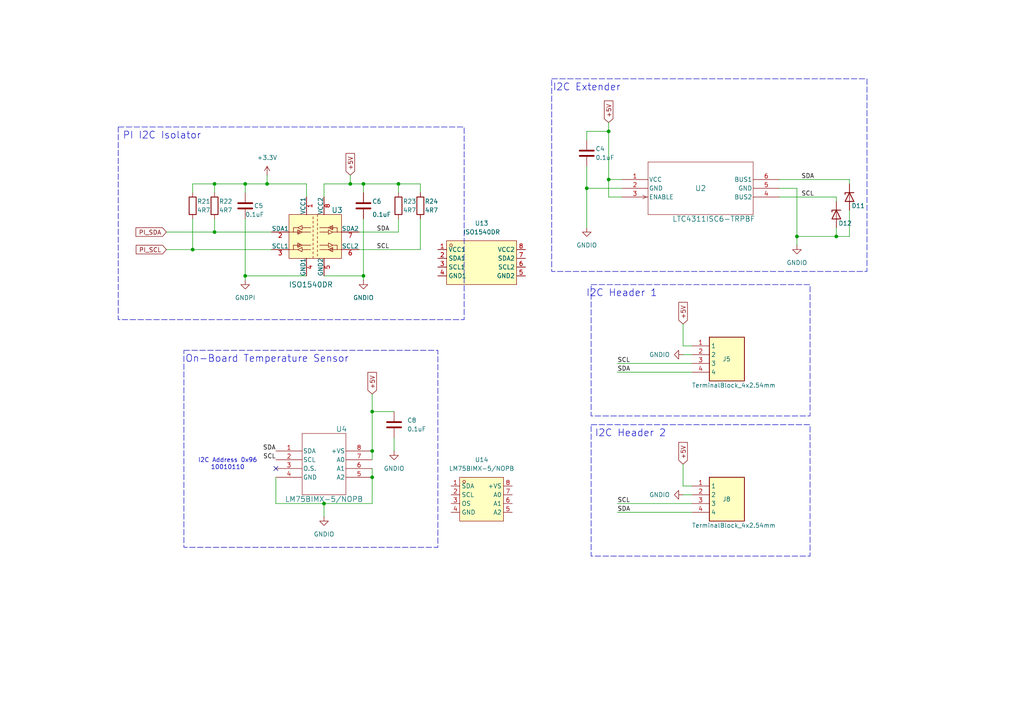
<source format=kicad_sch>
(kicad_sch (version 20250114) (generator "eeschema") (generator_version "9.0")
  (paper "A4")
  (title_block (title "I2C") (date "2025-08-06") (rev "1.0") (company "JRDish"))
  (lib_symbols
    (symbol "Device:C" (pin_numbers (hide yes)) (pin_names (offset 0.254))
      (property "Reference" "C" (at 0.635 2.54 0))
      (property "Value" "C" (at 0.635 -2.54 0))
      (symbol "C_0_1"
        (polyline (pts (xy -2.032 0.762) (xy 2.032 0.762)) (stroke (width 0.508)))
        (polyline (pts (xy -2.032 -0.762) (xy 2.032 -0.762)) (stroke (width 0.508)))
      )
      (symbol "C_1_1"
        (pin passive line (at 0 3.81 270) (length 2.794) (name "~") (number "1"))
        (pin passive line (at 0 -3.81 90) (length 2.794) (name "~") (number "2"))
      )
    )
    (symbol "Device:R" (pin_numbers (hide yes)) (pin_names (offset 0))
      (property "Reference" "R" (at 2.032 0 90))
      (property "Value" "R" (at 0 0 90))
      (symbol "R_0_1"
        (rectangle (start -1.016 -2.54) (end 1.016 2.54) (stroke (width 0.254)))
      )
      (symbol "R_1_1"
        (pin passive line (at 0 3.81 270) (length 1.27) (name "~") (number "1"))
        (pin passive line (at 0 -3.81 90) (length 1.27) (name "~") (number "2"))
      )
    )
    (symbol "Diode:PESD5V0L1UL" (pin_numbers (hide yes)) (pin_names (hide yes))
      (property "Reference" "D" (at 0 2.54 0))
      (property "Value" "PESD5V0L1UL" (at 0 -2.54 0))
      (symbol "PESD5V0L1UL_0_1"
        (polyline (pts (xy -1.27 -1.27) (xy -1.27 1.27) (xy -0.762 1.27)) (stroke (width 0.254)))
        (polyline (pts (xy 1.27 0) (xy -1.27 0)))
        (polyline (pts (xy 1.27 -1.27) (xy 1.27 1.27) (xy -1.27 0) (xy 1.27 -1.27)) (stroke (width 0.254)))
      )
      (symbol "PESD5V0L1UL_1_1"
        (pin passive line (at -3.81 0 0) (length 2.54) (name "K") (number "1"))
        (pin passive line (at 3.81 0 180) (length 2.54) (name "A") (number "2"))
      )
    )
    (symbol "DishSympols:LM75BIM-3" (pin_names (offset 0.254))
      (property "Reference" "U" (at 12.7 6.35 0))
      (property "Value" "LM75BIM-3" (at 13.97 -13.97 0))
      (symbol "LM75BIM-3_0_1"
        (polyline (pts (xy 7.62 5.08) (xy 7.62 -12.7)) (stroke (width 0.127)))
        (polyline (pts (xy 7.62 -12.7) (xy 20.32 -12.7)) (stroke (width 0.127)))
        (polyline (pts (xy 20.32 5.08) (xy 7.62 5.08)) (stroke (width 0.127)))
        (polyline (pts (xy 20.32 -12.7) (xy 20.32 5.08)) (stroke (width 0.127)))
        (pin passive line (at 0 0 0) (length 7.62) (name "SDA") (number "1"))
        (pin passive line (at 0 -2.54 0) (length 7.62) (name "SCL") (number "2"))
        (pin output line (at 0 -5.08 0) (length 7.62) (name "O.S.") (number "3"))
        (pin passive line (at 0 -7.62 0) (length 7.62) (name "GND") (number "4"))
        (pin passive line (at 27.94 0 180) (length 7.62) (name "+VS") (number "8"))
        (pin input line (at 27.94 -2.54 180) (length 7.62) (name "A0") (number "7"))
        (pin input line (at 27.94 -5.08 180) (length 7.62) (name "A1") (number "6"))
        (pin input line (at 27.94 -7.62 180) (length 7.62) (name "A2") (number "5"))
      )
    )
    (symbol "DishSympols:LTC4311ISC6-TRPBF" (pin_names (offset 0.254))
      (property "Reference" "U" (at 22.86 10.16 0))
      (property "Value" "LTC4311ISC6-TRPBF" (at 22.86 7.62 0))
      (symbol "LTC4311ISC6-TRPBF_0_1"
        (polyline (pts (xy 7.0993 -5.08) (xy 6.0579 -4.5593)) (stroke (width 0.127)))
        (polyline (pts (xy 7.0993 -5.08) (xy 6.0579 -5.6007)) (stroke (width 0.127)))
        (polyline (pts (xy 7.62 5.08) (xy 7.62 -10.16)) (stroke (width 0.127)))
        (polyline (pts (xy 7.62 -10.16) (xy 38.1 -10.16)) (stroke (width 0.127)))
        (polyline (pts (xy 38.1 5.08) (xy 7.62 5.08)) (stroke (width 0.127)))
        (polyline (pts (xy 38.1 -10.16) (xy 38.1 5.08)) (stroke (width 0.127)))
        (pin power_in line (at 0 0 0) (length 7.62) (name "VCC") (number "1"))
        (pin power_in line (at 0 -2.54 0) (length 7.62) (name "GND") (number "2"))
        (pin input line (at 0 -5.08 0) (length 7.62) (name "ENABLE") (number "3"))
        (pin passive line (at 45.72 0 180) (length 7.62) (name "BUS1") (number "6"))
        (pin power_in line (at 45.72 -2.54 180) (length 7.62) (name "GND") (number "5"))
        (pin passive line (at 45.72 -5.08 180) (length 7.62) (name "BUS2") (number "4"))
      )
    )
    (symbol "DishSympols:TerminalBlock_4x2.54mm"
      (property "Reference" "J" (at 16.51 7.62 0))
      (property "Value" "TerminalBlock_4x2.54mm" (at 16.51 5.08 0))
      (symbol "TerminalBlock_4x2.54mm_1_1"
        (rectangle (start 5.08 2.54) (end 15.24 -10.16) (stroke (width 0.254)) (fill (type background)))
        (pin passive line (at 0 0 0) (length 5.08) (name "1") (number "1"))
        (pin passive line (at 0 -2.54 0) (length 5.08) (name "2") (number "2"))
        (pin passive line (at 0 -5.08 0) (length 5.08) (name "3") (number "3"))
        (pin passive line (at 0 -7.62 0) (length 5.08) (name "4") (number "4"))
      )
    )
    (symbol "MyParts:ISO1540DR"
      (property "Reference" "U" (at 0 8.89 0))
      (property "Value" "ISO1540DR" (at 0 -8.89 0))
      (symbol "ISO1540DR_0_1"
        (rectangle (start -10.16 6.35) (end 10.16 -6.35) (fill (type background)))
        (circle (center -8.89 5.08) (radius 0.38))
        (pin unspecified line (at -12.7 3.81 0) (length 2.54) (name "VCC1") (number "1"))
        (pin unspecified line (at -12.7 1.27 0) (length 2.54) (name "SDA1") (number "2"))
        (pin unspecified line (at -12.7 -1.27 0) (length 2.54) (name "SCL1") (number "3"))
        (pin unspecified line (at -12.7 -3.81 0) (length 2.54) (name "GND1") (number "4"))
        (pin unspecified line (at 12.7 3.81 180) (length 2.54) (name "VCC2") (number "8"))
        (pin unspecified line (at 12.7 1.27 180) (length 2.54) (name "SDA2") (number "7"))
        (pin unspecified line (at 12.7 -1.27 180) (length 2.54) (name "SCL2") (number "6"))
        (pin unspecified line (at 12.7 -3.81 180) (length 2.54) (name "GND2") (number "5"))
      )
    )
    (symbol "MyParts:LM75BIMX-5_NOPB"
      (property "Reference" "U" (at 0 8.89 0))
      (property "Value" "LM75BIMX-5/NOPB" (at 0 -8.89 0))
      (symbol "LM75BIMX-5_NOPB_0_1"
        (rectangle (start -6.35 6.35) (end 6.35 -6.35) (fill (type background)))
        (circle (center -5.08 5.08) (radius 0.38))
        (pin unspecified line (at -8.89 3.81 0) (length 2.54) (name "SDA") (number "1"))
        (pin unspecified line (at -8.89 1.27 0) (length 2.54) (name "SCL") (number "2"))
        (pin unspecified line (at -8.89 -1.27 0) (length 2.54) (name "OS") (number "3"))
        (pin unspecified line (at -8.89 -3.81 0) (length 2.54) (name "GND") (number "4"))
        (pin unspecified line (at 8.89 3.81 180) (length 2.54) (name "+VS") (number "8"))
        (pin unspecified line (at 8.89 1.27 180) (length 2.54) (name "A0") (number "7"))
        (pin unspecified line (at 8.89 -1.27 180) (length 2.54) (name "A1") (number "6"))
        (pin unspecified line (at 8.89 -3.81 180) (length 2.54) (name "A2") (number "5"))
      )
    )
    (symbol "dk_Digital-Isolators:ISO1540DR" (pin_names (offset 0))
      (property "Reference" "U" (at -7.62 8.89 0))
      (property "Value" "ISO1540DR" (at 5.08 -6.35 0))
      (symbol "ISO1540DR_0_1"
        (rectangle (start -7.62 7.62) (end 7.62 -5.08) (fill (type background)))
        (rectangle (start -7.62 2.54) (end -6.35 2.54))
        (rectangle (start -7.62 -2.54) (end -6.35 -2.54))
        (polyline (pts (xy -6.35 2.54) (xy -5.08 2.54)))
        (polyline (pts (xy -6.35 2.54) (xy -6.35 3.81) (xy -5.08 3.81)))
        (polyline (pts (xy -6.35 -1.27) (xy -5.08 -1.27)))
        (polyline (pts (xy -6.35 -1.27) (xy -6.35 -2.54) (xy -5.08 -2.54) (xy -3.81 -1.905) (xy -3.81 -3.175) (xy -5.08 -2.54)))
        (polyline (pts (xy -5.08 3.81) (xy -3.81 3.175) (xy -3.81 4.445) (xy -5.08 3.81)))
        (polyline (pts (xy -5.08 3.175) (xy -5.08 1.905) (xy -3.81 2.54) (xy -5.08 3.175)))
        (polyline (pts (xy -5.08 -0.635) (xy -5.08 -1.905) (xy -3.81 -1.27) (xy -5.08 -0.635)))
        (polyline (pts (xy -4.572 2.921) (xy -5.08 2.159)))
        (polyline (pts (xy -4.572 -0.889) (xy -5.08 -1.651)))
        (polyline (pts (xy -4.318 2.794) (xy -4.699 2.159)))
        (polyline (pts (xy -4.318 -1.016) (xy -4.699 -1.651)))
        (polyline (pts (xy -3.81 3.81) (xy -2.54 3.81)))
        (polyline (pts (xy -3.81 2.54) (xy -2.54 2.54)))
        (polyline (pts (xy -3.81 -1.27) (xy -2.54 -1.27)))
        (polyline (pts (xy -3.81 -2.54) (xy -2.54 -2.54)))
        (rectangle (start -2.54 3.81) (end -1.27 3.81))
        (rectangle (start -2.54 -1.27) (end -1.27 -1.27))
        (rectangle (start -2.54 -2.54) (end -1.27 -2.54))
        (rectangle (start -1.27 2.54) (end -2.54 2.54))
        (rectangle (start -0.635 6.35) (end -0.635 6.985))
        (rectangle (start -0.635 5.08) (end -0.635 5.715))
        (rectangle (start -0.635 4.445) (end -0.635 3.81))
        (rectangle (start -0.635 2.54) (end -0.635 3.175))
        (rectangle (start -0.635 1.27) (end -0.635 1.905))
        (rectangle (start -0.635 0) (end -0.635 0.635))
        (rectangle (start -0.635 -1.27) (end -0.635 -0.635))
        (rectangle (start -0.635 -2.54) (end -0.635 -1.905))
        (rectangle (start -0.635 -3.81) (end -0.635 -3.175))
        (rectangle (start -0.635 -5.08) (end -0.635 -4.445))
        (rectangle (start 0.635 6.985) (end 0.635 7.62))
        (rectangle (start 0.635 5.715) (end 0.635 6.35))
        (rectangle (start 0.635 4.445) (end 0.635 5.08))
        (rectangle (start 0.635 3.175) (end 0.635 3.81))
        (rectangle (start 0.635 1.905) (end 0.635 2.54))
        (rectangle (start 0.635 0.635) (end 0.635 1.27))
        (rectangle (start 0.635 -0.635) (end 0.635 0))
        (rectangle (start 0.635 -1.905) (end 0.635 -1.27))
        (rectangle (start 0.635 -3.175) (end 0.635 -2.54))
        (rectangle (start 0.635 -4.445) (end 0.635 -3.81))
        (rectangle (start 2.54 3.81) (end 1.27 3.81))
        (rectangle (start 2.54 2.54) (end 1.27 2.54))
        (rectangle (start 2.54 -1.27) (end 1.27 -1.27))
        (rectangle (start 2.54 -2.54) (end 1.27 -2.54))
        (polyline (pts (xy 3.81 3.81) (xy 2.54 3.81)))
        (polyline (pts (xy 3.81 3.81) (xy 5.08 3.175) (xy 5.08 4.445) (xy 3.81 3.81)))
        (polyline (pts (xy 3.81 2.54) (xy 2.54 2.54)))
        (polyline (pts (xy 3.81 -1.27) (xy 2.54 -1.27)))
        (polyline (pts (xy 3.81 -2.54) (xy 2.54 -2.54)))
        (polyline (pts (xy 4.318 4.064) (xy 4.699 3.429)))
        (polyline (pts (xy 4.318 -2.794) (xy 4.699 -2.159)))
        (polyline (pts (xy 4.572 4.191) (xy 5.08 3.429)))
        (polyline (pts (xy 4.572 -2.921) (xy 5.08 -2.159)))
        (polyline (pts (xy 5.08 3.81) (xy 6.35 3.81) (xy 6.35 2.54)))
        (polyline (pts (xy 6.35 2.54) (xy 5.08 2.54) (xy 3.81 3.175) (xy 3.81 1.905) (xy 5.08 2.54)))
        (polyline (pts (xy 6.35 -1.27) (xy 5.08 -1.27) (xy 3.81 -1.905) (xy 3.81 -0.635) (xy 5.08 -1.27)))
        (polyline (pts (xy 6.35 -1.27) (xy 6.35 -2.54) (xy 5.08 -2.54) (xy 5.08 -1.905) (xy 3.81 -2.54) (xy 5.08 -3.175) (xy 5.08 -2.54)))
        (rectangle (start 7.62 2.54) (end 6.35 2.54))
        (rectangle (start 7.62 -2.54) (end 6.35 -2.54))
      )
      (symbol "ISO1540DR_1_1"
        (pin bidirectional line (at -12.7 2.54 0) (length 5.08) (name "SDA1") (number "2"))
        (pin bidirectional line (at -12.7 -2.54 0) (length 5.08) (name "SCL1") (number "3"))
        (pin power_in line (at -2.54 12.7 270) (length 5.08) (name "VCC1") (number "1"))
        (pin power_in line (at -2.54 -10.16 90) (length 5.08) (name "GND1") (number "4"))
        (pin power_in line (at 2.54 12.7 270) (length 5.08) (name "VCC2") (number "8"))
        (pin power_in line (at 2.54 -10.16 90) (length 5.08) (name "GND2") (number "5"))
        (pin bidirectional line (at 12.7 2.54 180) (length 5.08) (name "SDA2") (number "7"))
        (pin bidirectional line (at 12.7 -2.54 180) (length 5.08) (name "SCL2") (number "6"))
      )
    )
    (symbol "power:+3.3V" (power) (pin_numbers (hide yes)) (pin_names (offset 0) (hide yes))
      (property "Value" "+3.3V" (at 0 3.556 0))
      (symbol "+3.3V_0_1"
        (polyline (pts (xy -0.762 1.27) (xy 0 2.54)))
        (polyline (pts (xy 0 2.54) (xy 0.762 1.27)))
        (polyline (pts (xy 0 0) (xy 0 2.54)))
      )
      (symbol "+3.3V_1_1"
        (pin power_in line (at 0 0 90) (length 0) (name "~") (number "1"))
      )
    )
    (symbol "power:GND" (power) (pin_numbers (hide yes)) (pin_names (offset 0) (hide yes))
      (property "Value" "GND" (at 0 -3.81 0))
      (symbol "GND_0_1"
        (polyline (pts (xy 0 0) (xy 0 -1.27) (xy 1.27 -1.27) (xy 0 -2.54) (xy -1.27 -1.27) (xy 0 -1.27)))
      )
      (symbol "GND_1_1"
        (pin power_in line (at 0 0 270) (length 0) (name "~") (number "1"))
      )
    )
  )
  (rectangle (start 160.02 22.86) (end 251.46 78.74) (stroke (width 0) (type dash)))
  (rectangle (start 171.45 82.55) (end 234.95 120.65) (stroke (width 0) (type dash)))
  (rectangle (start 53.34 101.6) (end 127 158.75) (stroke (width 0) (type dash)))
  (rectangle (start 34.29 36.83) (end 134.62 92.71) (stroke (width 0) (type dash)))
  (rectangle (start 171.45 123.19) (end 234.95 161.29) (stroke (width 0) (type dash)))
  (text "I2C Header 1" (at 180.34 85.09 0) (effects (font (size 2.032 2.032))))
  (text "I2C Header 2" (at 182.88 125.73 0) (effects (font (size 2.032 2.032))))
  (text "PI I2C Isolator" (at 46.99 39.37 0) (effects (font (size 2.032 2.032))))
  (text "I2C Extender" (at 170.18 25.4 0) (effects (font (size 2.032 2.032))))
  (text "On-Board Temperature Sensor\n" (at 77.47 104.14 0) (effects (font (size 2.032 2.032))))
  (text "I2C Address 0x96\n10010110" (at 66.04 134.62 0) (effects (font (size 1.27 1.27))))
  (junction (at 242.57 68.58))
  (junction (at 55.88 72.39))
  (junction (at 231.14 68.58))
  (junction (at 105.41 80.01))
  (junction (at 62.23 53.34))
  (junction (at 101.6 53.34))
  (junction (at 176.53 38.1))
  (junction (at 71.12 80.01))
  (junction (at 93.98 146.05))
  (junction (at 105.41 53.34))
  (junction (at 62.23 67.31))
  (junction (at 115.57 53.34))
  (junction (at 77.47 53.34))
  (junction (at 176.53 52.07))
  (junction (at 107.95 119.38))
  (junction (at 107.95 138.43))
  (junction (at 71.12 53.34))
  (junction (at 107.95 130.81))
  (junction (at 170.18 54.61))
  (no_connect (at 80.01 135.89))
  (wire (pts (xy 198.12 134.62) (xy 198.12 140.97)))
  (wire (pts (xy 55.88 72.39) (xy 78.74 72.39)))
  (wire (pts (xy 107.95 138.43) (xy 107.95 135.89)))
  (wire (pts (xy 77.47 50.8) (xy 77.47 53.34)))
  (wire (pts (xy 71.12 63.5) (xy 71.12 80.01)))
  (wire (pts (xy 242.57 68.58) (xy 231.14 68.58)))
  (wire (pts (xy 246.38 68.58) (xy 246.38 60.96)))
  (wire (pts (xy 55.88 53.34) (xy 55.88 55.88)))
  (wire (pts (xy 176.53 57.15) (xy 176.53 52.07)))
  (wire (pts (xy 226.06 57.15) (xy 242.57 57.15)))
  (wire (pts (xy 198.12 100.33) (xy 200.66 100.33)))
  (wire (pts (xy 176.53 52.07) (xy 180.34 52.07)))
  (wire (pts (xy 77.47 53.34) (xy 88.9 53.34)))
  (wire (pts (xy 231.14 68.58) (xy 231.14 71.12)))
  (wire (pts (xy 71.12 53.34) (xy 71.12 55.88)))
  (wire (pts (xy 93.98 53.34) (xy 93.98 57.15)))
  (wire (pts (xy 93.98 80.01) (xy 105.41 80.01)))
  (wire (pts (xy 170.18 48.26) (xy 170.18 54.61)))
  (wire (pts (xy 48.26 67.31) (xy 62.23 67.31)))
  (wire (pts (xy 180.34 57.15) (xy 176.53 57.15)))
  (wire (pts (xy 121.92 53.34) (xy 121.92 55.88)))
  (wire (pts (xy 246.38 52.07) (xy 246.38 53.34)))
  (wire (pts (xy 107.95 146.05) (xy 107.95 138.43)))
  (wire (pts (xy 101.6 53.34) (xy 93.98 53.34)))
  (wire (pts (xy 179.07 105.41) (xy 200.66 105.41)))
  (wire (pts (xy 93.98 146.05) (xy 93.98 149.86)))
  (wire (pts (xy 179.07 146.05) (xy 200.66 146.05)))
  (wire (pts (xy 48.26 72.39) (xy 55.88 72.39)))
  (wire (pts (xy 176.53 38.1) (xy 176.53 52.07)))
  (wire (pts (xy 88.9 53.34) (xy 88.9 57.15)))
  (wire (pts (xy 71.12 80.01) (xy 71.12 81.28)))
  (wire (pts (xy 62.23 53.34) (xy 62.23 55.88)))
  (wire (pts (xy 107.95 119.38) (xy 107.95 130.81)))
  (wire (pts (xy 231.14 54.61) (xy 226.06 54.61)))
  (wire (pts (xy 105.41 53.34) (xy 115.57 53.34)))
  (wire (pts (xy 93.98 146.05) (xy 107.95 146.05)))
  (wire (pts (xy 71.12 53.34) (xy 62.23 53.34)))
  (wire (pts (xy 242.57 66.04) (xy 242.57 68.58)))
  (wire (pts (xy 104.14 72.39) (xy 121.92 72.39)))
  (wire (pts (xy 80.01 138.43) (xy 80.01 146.05)))
  (wire (pts (xy 105.41 53.34) (xy 105.41 55.88)))
  (wire (pts (xy 121.92 63.5) (xy 121.92 72.39)))
  (wire (pts (xy 107.95 119.38) (xy 114.3 119.38)))
  (wire (pts (xy 179.07 148.59) (xy 200.66 148.59)))
  (wire (pts (xy 198.12 143.51) (xy 200.66 143.51)))
  (wire (pts (xy 226.06 52.07) (xy 246.38 52.07)))
  (wire (pts (xy 55.88 63.5) (xy 55.88 72.39)))
  (wire (pts (xy 242.57 68.58) (xy 246.38 68.58)))
  (wire (pts (xy 62.23 67.31) (xy 62.23 63.5)))
  (wire (pts (xy 71.12 80.01) (xy 88.9 80.01)))
  (wire (pts (xy 242.57 57.15) (xy 242.57 58.42)))
  (wire (pts (xy 62.23 53.34) (xy 55.88 53.34)))
  (wire (pts (xy 114.3 127) (xy 114.3 130.81)))
  (wire (pts (xy 115.57 53.34) (xy 121.92 53.34)))
  (wire (pts (xy 78.74 67.31) (xy 62.23 67.31)))
  (wire (pts (xy 170.18 54.61) (xy 170.18 66.04)))
  (wire (pts (xy 105.41 63.5) (xy 105.41 80.01)))
  (wire (pts (xy 198.12 102.87) (xy 200.66 102.87)))
  (wire (pts (xy 71.12 53.34) (xy 77.47 53.34)))
  (wire (pts (xy 170.18 54.61) (xy 180.34 54.61)))
  (wire (pts (xy 115.57 67.31) (xy 115.57 63.5)))
  (wire (pts (xy 170.18 38.1) (xy 176.53 38.1)))
  (wire (pts (xy 198.12 140.97) (xy 200.66 140.97)))
  (wire (pts (xy 105.41 80.01) (xy 105.41 81.28)))
  (wire (pts (xy 104.14 67.31) (xy 115.57 67.31)))
  (wire (pts (xy 101.6 50.8) (xy 101.6 53.34)))
  (wire (pts (xy 170.18 40.64) (xy 170.18 38.1)))
  (wire (pts (xy 107.95 130.81) (xy 107.95 133.35)))
  (wire (pts (xy 198.12 93.98) (xy 198.12 100.33)))
  (wire (pts (xy 80.01 146.05) (xy 93.98 146.05)))
  (wire (pts (xy 101.6 53.34) (xy 105.41 53.34)))
  (wire (pts (xy 115.57 55.88) (xy 115.57 53.34)))
  (wire (pts (xy 231.14 54.61) (xy 231.14 68.58)))
  (wire (pts (xy 179.07 107.95) (xy 200.66 107.95)))
  (wire (pts (xy 176.53 35.56) (xy 176.53 38.1)))
  (wire (pts (xy 107.95 114.3) (xy 107.95 119.38)))
  (label "SDA" (at 232.41 52.07 0))
  (label "SCL" (at 179.07 105.41 0))
  (label "SDA" (at 109.22 67.31 0))
  (label "SCL" (at 179.07 146.05 0))
  (label "SCL" (at 109.22 72.39 0))
  (label "SDA" (at 80.01 130.81 180))
  (label "SDA" (at 179.07 107.95 0))
  (label "SCL" (at 80.01 133.35 180))
  (label "SCL" (at 232.41 57.15 0))
  (label "SDA" (at 179.07 148.59 0))
  (global_label "+5V" (shape input) (at 107.95 114.3 90) (property "Intersheetrefs" "${INTERSHEET_REFS}" (effects (hide yes))))
  (global_label "+5V" (shape input) (at 198.12 134.62 90) (property "Intersheetrefs" "${INTERSHEET_REFS}" (effects (hide yes))))
  (global_label "+5V" (shape input) (at 176.53 35.56 90) (property "Intersheetrefs" "${INTERSHEET_REFS}" (effects (hide yes))))
  (global_label "PI_SCL" (shape input) (at 48.26 72.39 180) (property "Intersheetrefs" "${INTERSHEET_REFS}" (effects (hide yes))))
  (global_label "PI_SDA" (shape input) (at 48.26 67.31 180) (property "Intersheetrefs" "${INTERSHEET_REFS}" (effects (hide yes))))
  (global_label "+5V" (shape input) (at 198.12 93.98 90) (property "Intersheetrefs" "${INTERSHEET_REFS}" (effects (hide yes))))
  (global_label "+5V" (shape input) (at 101.6 50.8 90) (property "Intersheetrefs" "${INTERSHEET_REFS}" (effects (hide yes))))
  (symbol (lib_id "DishSympols:LTC4311ISC6-TRPBF") (at 180.34 52.07 0) (unit 1)
    (property "Reference" "U2" (at 203.2 54.61 0) (effects (font (size 1.524 1.524))))
    (property "Value" "LTC4311ISC6-TRPBF" (at 207.01 63.5 0) (effects (font (size 1.524 1.524))))
    (property "Footprint" "DishFootprints:LTC4311" (effects (hide yes)))
    (property "Datasheet" "https://www.analog.com/media/en/technical-documentation/data-sheets/4311fa.pdf" (effects (hide yes)))
  )
  (symbol (lib_id "Device:R") (at 55.88 59.69 0) (unit 1)
    (property "Reference" "R21" (at 57.15 58.42 0) (effects (justify left)))
    (property "Value" "4R7" (at 57.15 60.96 0) (effects (justify left)))
    (property "Footprint" "Resistor_SMD:R_0402_1005Metric" (effects (hide yes)))
    (property "Description" "Resistor" (effects (hide yes)))
  )
  (symbol (lib_id "Device:C") (at 114.3 123.19 180) (unit 1)
    (property "Reference" "C8" (at 118.11 121.9199 0) (effects (justify right)))
    (property "Value" "0.1uF" (at 118.11 124.4599 0) (effects (justify right)))
    (property "Footprint" "Capacitor_SMD:C_0402_1005Metric" (effects (hide yes)))
    (property "Description" "Unpolarized capacitor" (effects (hide yes)))
  )
  (symbol (lib_id "power:GND") (at 114.3 130.81 0) (unit 1)
    (property "Reference" "#PWR03" (effects (hide yes)))
    (property "Value" "GNDIO" (at 114.3 135.89 0))
    (property "Description" "Power symbol creates a global label with name \"GND\" , ground" (effects (hide yes)))
  )
  (symbol (lib_id "Device:R") (at 62.23 59.69 0) (unit 1)
    (property "Reference" "R22" (at 63.5 58.42 0) (effects (justify left)))
    (property "Value" "4R7" (at 63.5 60.96 0) (effects (justify left)))
    (property "Footprint" "Resistor_SMD:R_0402_1005Metric" (effects (hide yes)))
    (property "Description" "Resistor" (effects (hide yes)))
  )
  (symbol (lib_id "power:GND") (at 105.41 81.28 0) (unit 1)
    (property "Reference" "#PWR033" (effects (hide yes)))
    (property "Value" "GNDIO" (at 105.41 86.36 0))
    (property "Description" "Power symbol creates a global label with name \"GND\" , ground" (effects (hide yes)))
  )
  (symbol (lib_id "Diode:PESD5V0L1UL") (at 242.57 62.23 90) (mirror x) (unit 1)
    (property "Reference" "D12" (at 245.11 64.77 90))
    (property "Value" "TPESD0402G05V" (effects (hide yes)))
    (property "Footprint" "Diode_SMD:D_0402_1005Metric" (effects (hide yes)))
    (property "Datasheet" "https://jlcpcb.com/api/file/downloadByFileSystemAccessId/8588893603426390016" (effects (hide yes)))
    (property "Description" "Low capacitance unidirectional ESD protection diode, 5V, SOD-882" (effects (hide yes)))
    (property "LCSC" "C558615" (effects (hide yes)))
  )
  (symbol (lib_id "Device:C") (at 170.18 44.45 0) (unit 1)
    (property "Reference" "C4" (at 172.72 43.18 0) (effects (justify left)))
    (property "Value" "0.1uF" (at 172.72 45.72 0) (effects (justify left)))
    (property "Footprint" "Capacitor_SMD:C_0402_1005Metric" (effects (hide yes)))
    (property "Description" "Unpolarized capacitor" (effects (hide yes)))
  )
  (symbol (lib_id "power:GND") (at 231.14 71.12 0) (unit 1)
    (property "Reference" "#PWR034" (effects (hide yes)))
    (property "Value" "GNDIO" (at 231.14 76.2 0))
    (property "Description" "Power symbol creates a global label with name \"GND\" , ground" (effects (hide yes)))
  )
  (symbol (lib_id "power:+3.3V") (at 77.47 50.8 0) (unit 1)
    (property "Reference" "#PWR029" (effects (hide yes)))
    (property "Value" "+3.3V" (at 77.47 45.72 0))
    (property "Description" "Power symbol creates a global label with name \"+3.3V\"" (effects (hide yes)))
  )
  (symbol (lib_id "power:GND") (at 198.12 102.87 270) (unit 1)
    (property "Reference" "#PWR038" (effects (hide yes)))
    (property "Value" "GNDIO" (at 194.31 102.8699 90) (effects (justify right)))
    (property "Description" "Power symbol creates a global label with name \"GND\" , ground" (effects (hide yes)))
  )
  (symbol (lib_id "Device:C") (at 105.41 59.69 0) (unit 1)
    (property "Reference" "C6" (at 107.95 58.42 0) (effects (justify left)))
    (property "Value" "0.1uF" (at 107.95 62.23 0) (effects (justify left)))
    (property "Footprint" "Capacitor_SMD:C_0402_1005Metric" (effects (hide yes)))
    (property "Description" "Unpolarized capacitor" (effects (hide yes)))
  )
  (symbol (lib_id "MyParts:ISO1540DR") (at 139.7 76.2 0) (unit 1)
    (property "Reference" "U13" (at 139.7 64.77 0))
    (property "Value" "ISO1540DR" (at 139.7 67.31 0))
    (property "Footprint" "MyParts:SOIC-8_L4.9-W3.9-P1.27-LS6.0-BL" (effects (hide yes)))
    (property "Datasheet" "https://lcsc.com/product-detail/Digital-Isolators_TI_ISO1540DR_ISO1540DR_C179739.html" (effects (hide yes)))
    (property "LCSC Part" "C179739" (effects (hide yes)))
  )
  (symbol (lib_id "power:GND") (at 170.18 66.04 0) (unit 1)
    (property "Reference" "#PWR031" (effects (hide yes)))
    (property "Value" "GNDIO" (at 170.18 71.12 0))
    (property "Description" "Power symbol creates a global label with name \"GND\" , ground" (effects (hide yes)))
  )
  (symbol (lib_id "Device:R") (at 115.57 59.69 0) (unit 1)
    (property "Reference" "R23" (at 116.84 58.42 0) (effects (justify left)))
    (property "Value" "4R7" (at 116.84 60.96 0) (effects (justify left)))
    (property "Footprint" "Resistor_SMD:R_0402_1005Metric" (effects (hide yes)))
    (property "Description" "Resistor" (effects (hide yes)))
  )
  (symbol (lib_id "DishSympols:TerminalBlock_4x2.54mm") (at 200.66 100.33 0) (unit 1)
    (property "Reference" "J5" (at 209.55 104.14 0) (effects (justify left)))
    (property "Value" "TerminalBlock_4x2.54mm" (at 200.66 111.76 0) (effects (justify left)))
    (property "Footprint" "DishFootprints:TerminalBlock_4x2.54mm" (effects (hide yes)))
    (property "Datasheet" "https://datasheet.datasheetarchive.com/originals/distributors/SFDatasheet-2/sf-00050602.pdf" (effects (hide yes)))
    (property "Description" "4 way vertical PCB terminal,6A 63V Phoenix Contact Non-Fused Terminal Block, 4 Way, Solder Terminals, 26 ??? 20 AWG Through Hole, Nylon, 63 V" (effects (hide yes)))
    (property "Height" "8.65" (effects (hide yes)))
    (property "Manufacturer_Name" "Phoenix Contact" (effects (hide yes)))
    (property "Manufacturer_Part_Number" "1725672" (effects (hide yes)))
    (property "Mouser Part Number" "651-1725672" (effects (hide yes)))
    (property "Mouser Price/Stock" "https://www.mouser.co.uk/ProductDetail/Phoenix-Contact/1725672?qs=Ul7CXFMnlWXX93F9bOV2pQ%3D%3D" (effects (hide yes)))
    (property "Arrow Part Number" "1725672" (effects (hide yes)))
    (property "Arrow Price/Stock" "https://www.arrow.com/en/products/1725672/phoenix-contact?utm_currency=USD&region=nac" (effects (hide yes)))
  )
  (symbol (lib_id "power:GND") (at 71.12 81.28 0) (unit 1)
    (property "Reference" "#PWR032" (effects (hide yes)))
    (property "Value" "GNDPI" (at 71.12 86.36 0))
    (property "Description" "Power symbol creates a global label with name \"GND\" , ground" (effects (hide yes)))
  )
  (symbol (lib_id "Diode:PESD5V0L1UL") (at 246.38 57.15 90) (mirror x) (unit 1)
    (property "Reference" "D11" (at 248.92 59.69 90))
    (property "Value" "TPESD0402G05V" (effects (hide yes)))
    (property "Footprint" "Diode_SMD:D_0402_1005Metric" (effects (hide yes)))
    (property "Datasheet" "https://jlcpcb.com/api/file/downloadByFileSystemAccessId/8588893603426390016" (effects (hide yes)))
    (property "Description" "Low capacitance unidirectional ESD protection diode, 5V, SOD-882" (effects (hide yes)))
    (property "LCSC" "C558615" (effects (hide yes)))
  )
  (symbol (lib_id "Device:R") (at 121.92 59.69 0) (unit 1)
    (property "Reference" "R24" (at 123.19 58.42 0) (effects (justify left)))
    (property "Value" "4R7" (at 123.19 60.96 0) (effects (justify left)))
    (property "Footprint" "Resistor_SMD:R_0402_1005Metric" (effects (hide yes)))
    (property "Description" "Resistor" (effects (hide yes)))
  )
  (symbol (lib_id "dk_Digital-Isolators:ISO1540DR") (at 91.44 69.85 0) (unit 1)
    (property "Reference" "U3" (at 97.79 60.96 0) (effects (font (size 1.524 1.524))))
    (property "Value" "ISO1540DR" (at 90.17 82.55 0) (effects (font (size 1.524 1.524))))
    (property "Footprint" "digikey-footprints:SOIC-8_W3.9mm" (effects (hide yes)))
    (property "Datasheet" "http://www.ti.com/general/docs/suppproductinfo.tsp?distId=10&gotoUrl=http%3A%2F%2Fwww.ti.com%2Flit%2Fgpn%2Fiso1540" (effects (hide yes)))
    (property "Description" "DGTL ISO 2.5KV 2CH I2C 8SOIC" (effects (hide yes)))
    (property "Digi-Key_PN" "296-34871-1-ND" (effects (hide yes)))
    (property "MPN" "ISO1540DR" (effects (hide yes)))
    (property "Category" "Isolators" (effects (hide yes)))
    (property "Family" "Digital Isolators" (effects (hide yes)))
    (property "DK_Datasheet_Link" "http://www.ti.com/general/docs/suppproductinfo.tsp?distId=10&gotoUrl=http%3A%2F%2Fwww.ti.com%2Flit%2Fgpn%2Fiso1540" (effects (hide yes)))
    (property "DK_Detail_Page" "/product-detail/en/texas-instruments/ISO1540DR/296-34871-1-ND/3587214" (effects (hide yes)))
    (property "Description_1" "DGTL ISO 2.5KV 2CH I2C 8SOIC" (effects (hide yes)))
    (property "Manufacturer" "Texas Instruments" (effects (hide yes)))
    (property "Status" "Active" (effects (hide yes)))
  )
  (symbol (lib_id "DishSympols:LM75BIM-3") (at 80.01 130.81 0) (unit 1)
    (property "Reference" "U4" (at 99.06 124.46 0) (effects (font (size 1.524 1.524))))
    (property "Value" "LM75BIMX-5/NOPB" (at 93.98 144.78 0) (effects (font (size 1.524 1.524))))
    (property "Footprint" "DishFootprints:M08A" (effects (hide yes)))
    (property "Datasheet" "https://www.ti.com/lit/gpn/lm75b" (effects (hide yes)))
  )
  (symbol (lib_id "Device:C") (at 71.12 59.69 0) (unit 1)
    (property "Reference" "C5" (at 73.66 59.69 0) (effects (justify left)))
    (property "Value" "0.1uF" (at 71.12 62.23 0) (effects (justify left)))
    (property "Footprint" "Capacitor_SMD:C_0402_1005Metric" (effects (hide yes)))
    (property "Description" "Unpolarized capacitor" (effects (hide yes)))
  )
  (symbol (lib_id "MyParts:LM75BIMX-5_NOPB") (at 139.7 144.78 0) (unit 1)
    (property "Reference" "U14" (at 139.7 133.35 0))
    (property "Value" "LM75BIMX-5/NOPB" (at 139.7 135.89 0))
    (property "Footprint" "MyParts:SOIC-8_L4.9-W3.9-P1.27-LS6.0-BL" (effects (hide yes)))
    (property "LCSC Part" "C913837" (effects (hide yes)))
  )
  (symbol (lib_id "power:GND") (at 93.98 149.86 0) (unit 1)
    (property "Reference" "#PWR04" (effects (hide yes)))
    (property "Value" "GNDIO" (at 93.98 154.94 0))
    (property "Description" "Power symbol creates a global label with name \"GND\" , ground" (effects (hide yes)))
  )
  (symbol (lib_id "power:GND") (at 198.12 143.51 270) (unit 1)
    (property "Reference" "#PWR02" (effects (hide yes)))
    (property "Value" "GNDIO" (at 194.31 143.5099 90) (effects (justify right)))
    (property "Description" "Power symbol creates a global label with name \"GND\" , ground" (effects (hide yes)))
  )
  (symbol (lib_id "DishSympols:TerminalBlock_4x2.54mm") (at 200.66 140.97 0) (unit 1)
    (property "Reference" "J8" (at 209.55 144.78 0) (effects (justify left)))
    (property "Value" "TerminalBlock_4x2.54mm" (at 200.66 152.4 0) (effects (justify left)))
    (property "Footprint" "DishFootprints:TerminalBlock_4x2.54mm" (effects (hide yes)))
    (property "Datasheet" "https://datasheet.datasheetarchive.com/originals/distributors/SFDatasheet-2/sf-00050602.pdf" (effects (hide yes)))
    (property "Description" "4 way vertical PCB terminal,6A 63V Phoenix Contact Non-Fused Terminal Block, 4 Way, Solder Terminals, 26 ??? 20 AWG Through Hole, Nylon, 63 V" (effects (hide yes)))
    (property "Height" "8.65" (effects (hide yes)))
    (property "Manufacturer_Name" "Phoenix Contact" (effects (hide yes)))
    (property "Manufacturer_Part_Number" "1725672" (effects (hide yes)))
    (property "Mouser Part Number" "651-1725672" (effects (hide yes)))
    (property "Mouser Price/Stock" "https://www.mouser.co.uk/ProductDetail/Phoenix-Contact/1725672?qs=Ul7CXFMnlWXX93F9bOV2pQ%3D%3D" (effects (hide yes)))
    (property "Arrow Part Number" "1725672" (effects (hide yes)))
    (property "Arrow Price/Stock" "https://www.arrow.com/en/products/1725672/phoenix-contact?utm_currency=USD&region=nac" (effects (hide yes)))
  )
)
</source>
